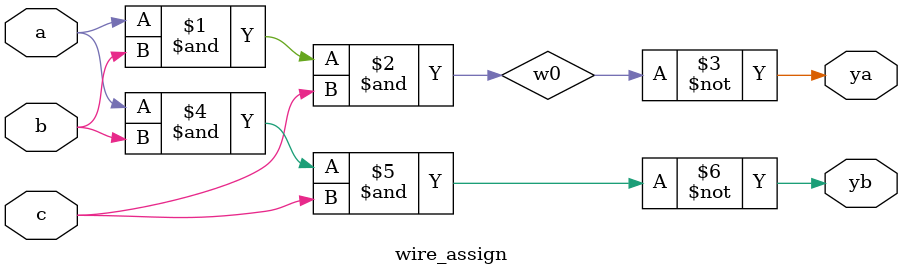
<source format=sv>
module wire_assign(input logic a,b,c, output logic ya,yb);
   wire w0 = a & b & c;
   wire logic hoge;
   assign ya=~w0;
   assign yb=~(a&b&c);
endmodule // wire_assign


</source>
